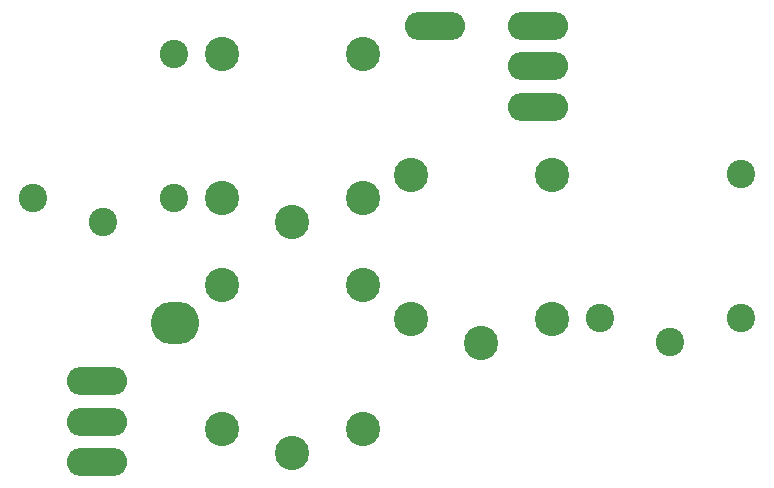
<source format=gts>
G04 Layer: TopSolderMaskLayer*
G04 EasyEDA Pro v2.2.45.4, 2025-12-25 15:41:57*
G04 Gerber Generator version 0.3*
G04 Scale: 100 percent, Rotated: No, Reflected: No*
G04 Dimensions in millimeters*
G04 Leading zeros omitted, absolute positions, 4 integers and 5 decimals*
G04 Generated by custom config*
%FSLAX45Y45*%
%MOMM*%
%ADD10O,5.1016X2.4016*%
%ADD11O,4.1016X3.6016*%
%ADD12C,2.4016*%
%ADD13C,2.8956*%
%ADD14C,0.4254*%
G75*


G04 Pad Start*
G54D10*
G01X4711700Y3578860D03*
G01X4711700Y3233420D03*
G01X3835400Y3924300D03*
G01X977900Y914400D03*
G01X977900Y228600D03*
G01X977900Y571500D03*
G01X4711700Y3924300D03*
G54D11*
G01X1638300Y1409700D03*
G54D12*
G01X5829300Y1245794D03*
G01X5229301Y1445844D03*
G01X6429299Y2665806D03*
G01X6429299Y1445844D03*
G01X1028700Y2261794D03*
G01X428701Y2461844D03*
G01X1628699Y3681806D03*
G01X1628699Y2461844D03*
G54D13*
G01X4829048Y2660753D03*
G01X4229100Y1240740D03*
G01X3629101Y1440740D03*
G01X4829099Y1440740D03*
G01X3629152Y2660753D03*
G01X3228848Y1726006D03*
G01X2628900Y305994D03*
G01X2028901Y505993D03*
G01X3228899Y505993D03*
G01X2028952Y1726006D03*
G01X3228848Y3681806D03*
G01X2628900Y2261794D03*
G01X2028901Y2461793D03*
G01X3228899Y2461793D03*
G01X2028952Y3681806D03*
G04 Pad End*

M02*


</source>
